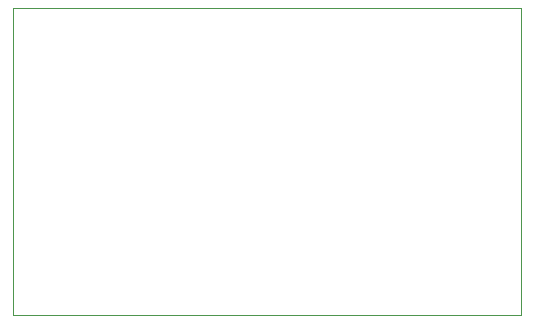
<source format=gko>
%FSLAX44Y44*%
%MOMM*%
G71*
G01*
G75*
G04 Layer_Color=16711935*
%ADD10C,0.4000*%
%ADD11O,2.0000X1.2500*%
%ADD12O,2.0000X1.2500*%
%ADD13C,1.4000*%
%ADD14R,1.5000X1.5000*%
%ADD15C,2.7000*%
%ADD16R,2.0000X2.0000*%
%ADD17C,2.0000*%
%ADD18C,0.9000*%
%ADD19C,0.2000*%
%ADD20C,0.2500*%
%ADD21C,0.1000*%
%ADD22C,0.1500*%
%ADD23R,0.8000X2.8000*%
%ADD24O,2.2000X1.4500*%
%ADD25O,2.2000X1.4500*%
%ADD26C,1.6000*%
%ADD27R,1.7000X1.7000*%
%ADD28C,2.9000*%
%ADD29R,2.2000X2.2000*%
%ADD30C,2.2000*%
%ADD31C,1.1000*%
D21*
X379730Y568500D02*
Y828500D01*
X809750D01*
X379730Y568500D02*
X809750D01*
Y828500D01*
M02*

</source>
